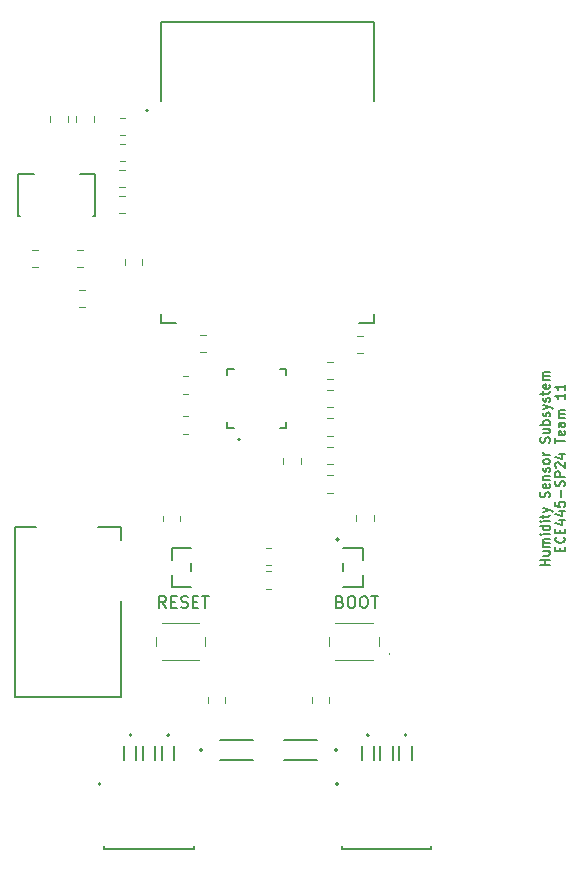
<source format=gbr>
%TF.GenerationSoftware,KiCad,Pcbnew,7.0.9*%
%TF.CreationDate,2024-03-05T03:29:11-06:00*%
%TF.ProjectId,Sensor PCB,53656e73-6f72-4205-9043-422e6b696361,rev?*%
%TF.SameCoordinates,Original*%
%TF.FileFunction,Legend,Top*%
%TF.FilePolarity,Positive*%
%FSLAX46Y46*%
G04 Gerber Fmt 4.6, Leading zero omitted, Abs format (unit mm)*
G04 Created by KiCad (PCBNEW 7.0.9) date 2024-03-05 03:29:11*
%MOMM*%
%LPD*%
G01*
G04 APERTURE LIST*
%ADD10C,0.200000*%
%ADD11C,0.150000*%
%ADD12C,0.120000*%
%ADD13C,0.152400*%
%ADD14C,0.100000*%
%ADD15C,0.127000*%
G04 APERTURE END LIST*
D10*
X150803695Y-100877945D02*
X150003695Y-100877945D01*
X150384647Y-100877945D02*
X150384647Y-100420802D01*
X150803695Y-100420802D02*
X150003695Y-100420802D01*
X150270361Y-99696993D02*
X150803695Y-99696993D01*
X150270361Y-100039850D02*
X150689409Y-100039850D01*
X150689409Y-100039850D02*
X150765600Y-100001755D01*
X150765600Y-100001755D02*
X150803695Y-99925565D01*
X150803695Y-99925565D02*
X150803695Y-99811279D01*
X150803695Y-99811279D02*
X150765600Y-99735088D01*
X150765600Y-99735088D02*
X150727504Y-99696993D01*
X150803695Y-99316040D02*
X150270361Y-99316040D01*
X150346552Y-99316040D02*
X150308457Y-99277945D01*
X150308457Y-99277945D02*
X150270361Y-99201755D01*
X150270361Y-99201755D02*
X150270361Y-99087469D01*
X150270361Y-99087469D02*
X150308457Y-99011278D01*
X150308457Y-99011278D02*
X150384647Y-98973183D01*
X150384647Y-98973183D02*
X150803695Y-98973183D01*
X150384647Y-98973183D02*
X150308457Y-98935088D01*
X150308457Y-98935088D02*
X150270361Y-98858897D01*
X150270361Y-98858897D02*
X150270361Y-98744612D01*
X150270361Y-98744612D02*
X150308457Y-98668421D01*
X150308457Y-98668421D02*
X150384647Y-98630326D01*
X150384647Y-98630326D02*
X150803695Y-98630326D01*
X150803695Y-98249373D02*
X150270361Y-98249373D01*
X150003695Y-98249373D02*
X150041790Y-98287469D01*
X150041790Y-98287469D02*
X150079885Y-98249373D01*
X150079885Y-98249373D02*
X150041790Y-98211278D01*
X150041790Y-98211278D02*
X150003695Y-98249373D01*
X150003695Y-98249373D02*
X150079885Y-98249373D01*
X150803695Y-97525564D02*
X150003695Y-97525564D01*
X150765600Y-97525564D02*
X150803695Y-97601755D01*
X150803695Y-97601755D02*
X150803695Y-97754136D01*
X150803695Y-97754136D02*
X150765600Y-97830326D01*
X150765600Y-97830326D02*
X150727504Y-97868421D01*
X150727504Y-97868421D02*
X150651314Y-97906517D01*
X150651314Y-97906517D02*
X150422742Y-97906517D01*
X150422742Y-97906517D02*
X150346552Y-97868421D01*
X150346552Y-97868421D02*
X150308457Y-97830326D01*
X150308457Y-97830326D02*
X150270361Y-97754136D01*
X150270361Y-97754136D02*
X150270361Y-97601755D01*
X150270361Y-97601755D02*
X150308457Y-97525564D01*
X150803695Y-97144611D02*
X150270361Y-97144611D01*
X150003695Y-97144611D02*
X150041790Y-97182707D01*
X150041790Y-97182707D02*
X150079885Y-97144611D01*
X150079885Y-97144611D02*
X150041790Y-97106516D01*
X150041790Y-97106516D02*
X150003695Y-97144611D01*
X150003695Y-97144611D02*
X150079885Y-97144611D01*
X150270361Y-96877945D02*
X150270361Y-96573183D01*
X150003695Y-96763659D02*
X150689409Y-96763659D01*
X150689409Y-96763659D02*
X150765600Y-96725564D01*
X150765600Y-96725564D02*
X150803695Y-96649374D01*
X150803695Y-96649374D02*
X150803695Y-96573183D01*
X150270361Y-96382707D02*
X150803695Y-96192231D01*
X150270361Y-96001754D02*
X150803695Y-96192231D01*
X150803695Y-96192231D02*
X150994171Y-96268421D01*
X150994171Y-96268421D02*
X151032266Y-96306516D01*
X151032266Y-96306516D02*
X151070361Y-96382707D01*
X150765600Y-95125564D02*
X150803695Y-95011278D01*
X150803695Y-95011278D02*
X150803695Y-94820802D01*
X150803695Y-94820802D02*
X150765600Y-94744611D01*
X150765600Y-94744611D02*
X150727504Y-94706516D01*
X150727504Y-94706516D02*
X150651314Y-94668421D01*
X150651314Y-94668421D02*
X150575123Y-94668421D01*
X150575123Y-94668421D02*
X150498933Y-94706516D01*
X150498933Y-94706516D02*
X150460838Y-94744611D01*
X150460838Y-94744611D02*
X150422742Y-94820802D01*
X150422742Y-94820802D02*
X150384647Y-94973183D01*
X150384647Y-94973183D02*
X150346552Y-95049373D01*
X150346552Y-95049373D02*
X150308457Y-95087468D01*
X150308457Y-95087468D02*
X150232266Y-95125564D01*
X150232266Y-95125564D02*
X150156076Y-95125564D01*
X150156076Y-95125564D02*
X150079885Y-95087468D01*
X150079885Y-95087468D02*
X150041790Y-95049373D01*
X150041790Y-95049373D02*
X150003695Y-94973183D01*
X150003695Y-94973183D02*
X150003695Y-94782706D01*
X150003695Y-94782706D02*
X150041790Y-94668421D01*
X150765600Y-94020801D02*
X150803695Y-94096992D01*
X150803695Y-94096992D02*
X150803695Y-94249373D01*
X150803695Y-94249373D02*
X150765600Y-94325563D01*
X150765600Y-94325563D02*
X150689409Y-94363659D01*
X150689409Y-94363659D02*
X150384647Y-94363659D01*
X150384647Y-94363659D02*
X150308457Y-94325563D01*
X150308457Y-94325563D02*
X150270361Y-94249373D01*
X150270361Y-94249373D02*
X150270361Y-94096992D01*
X150270361Y-94096992D02*
X150308457Y-94020801D01*
X150308457Y-94020801D02*
X150384647Y-93982706D01*
X150384647Y-93982706D02*
X150460838Y-93982706D01*
X150460838Y-93982706D02*
X150537028Y-94363659D01*
X150270361Y-93639849D02*
X150803695Y-93639849D01*
X150346552Y-93639849D02*
X150308457Y-93601754D01*
X150308457Y-93601754D02*
X150270361Y-93525564D01*
X150270361Y-93525564D02*
X150270361Y-93411278D01*
X150270361Y-93411278D02*
X150308457Y-93335087D01*
X150308457Y-93335087D02*
X150384647Y-93296992D01*
X150384647Y-93296992D02*
X150803695Y-93296992D01*
X150765600Y-92954135D02*
X150803695Y-92877944D01*
X150803695Y-92877944D02*
X150803695Y-92725563D01*
X150803695Y-92725563D02*
X150765600Y-92649373D01*
X150765600Y-92649373D02*
X150689409Y-92611277D01*
X150689409Y-92611277D02*
X150651314Y-92611277D01*
X150651314Y-92611277D02*
X150575123Y-92649373D01*
X150575123Y-92649373D02*
X150537028Y-92725563D01*
X150537028Y-92725563D02*
X150537028Y-92839849D01*
X150537028Y-92839849D02*
X150498933Y-92916039D01*
X150498933Y-92916039D02*
X150422742Y-92954135D01*
X150422742Y-92954135D02*
X150384647Y-92954135D01*
X150384647Y-92954135D02*
X150308457Y-92916039D01*
X150308457Y-92916039D02*
X150270361Y-92839849D01*
X150270361Y-92839849D02*
X150270361Y-92725563D01*
X150270361Y-92725563D02*
X150308457Y-92649373D01*
X150803695Y-92154135D02*
X150765600Y-92230325D01*
X150765600Y-92230325D02*
X150727504Y-92268420D01*
X150727504Y-92268420D02*
X150651314Y-92306516D01*
X150651314Y-92306516D02*
X150422742Y-92306516D01*
X150422742Y-92306516D02*
X150346552Y-92268420D01*
X150346552Y-92268420D02*
X150308457Y-92230325D01*
X150308457Y-92230325D02*
X150270361Y-92154135D01*
X150270361Y-92154135D02*
X150270361Y-92039849D01*
X150270361Y-92039849D02*
X150308457Y-91963658D01*
X150308457Y-91963658D02*
X150346552Y-91925563D01*
X150346552Y-91925563D02*
X150422742Y-91887468D01*
X150422742Y-91887468D02*
X150651314Y-91887468D01*
X150651314Y-91887468D02*
X150727504Y-91925563D01*
X150727504Y-91925563D02*
X150765600Y-91963658D01*
X150765600Y-91963658D02*
X150803695Y-92039849D01*
X150803695Y-92039849D02*
X150803695Y-92154135D01*
X150803695Y-91544610D02*
X150270361Y-91544610D01*
X150422742Y-91544610D02*
X150346552Y-91506515D01*
X150346552Y-91506515D02*
X150308457Y-91468420D01*
X150308457Y-91468420D02*
X150270361Y-91392229D01*
X150270361Y-91392229D02*
X150270361Y-91316039D01*
X150765600Y-90477944D02*
X150803695Y-90363658D01*
X150803695Y-90363658D02*
X150803695Y-90173182D01*
X150803695Y-90173182D02*
X150765600Y-90096991D01*
X150765600Y-90096991D02*
X150727504Y-90058896D01*
X150727504Y-90058896D02*
X150651314Y-90020801D01*
X150651314Y-90020801D02*
X150575123Y-90020801D01*
X150575123Y-90020801D02*
X150498933Y-90058896D01*
X150498933Y-90058896D02*
X150460838Y-90096991D01*
X150460838Y-90096991D02*
X150422742Y-90173182D01*
X150422742Y-90173182D02*
X150384647Y-90325563D01*
X150384647Y-90325563D02*
X150346552Y-90401753D01*
X150346552Y-90401753D02*
X150308457Y-90439848D01*
X150308457Y-90439848D02*
X150232266Y-90477944D01*
X150232266Y-90477944D02*
X150156076Y-90477944D01*
X150156076Y-90477944D02*
X150079885Y-90439848D01*
X150079885Y-90439848D02*
X150041790Y-90401753D01*
X150041790Y-90401753D02*
X150003695Y-90325563D01*
X150003695Y-90325563D02*
X150003695Y-90135086D01*
X150003695Y-90135086D02*
X150041790Y-90020801D01*
X150270361Y-89335086D02*
X150803695Y-89335086D01*
X150270361Y-89677943D02*
X150689409Y-89677943D01*
X150689409Y-89677943D02*
X150765600Y-89639848D01*
X150765600Y-89639848D02*
X150803695Y-89563658D01*
X150803695Y-89563658D02*
X150803695Y-89449372D01*
X150803695Y-89449372D02*
X150765600Y-89373181D01*
X150765600Y-89373181D02*
X150727504Y-89335086D01*
X150803695Y-88954133D02*
X150003695Y-88954133D01*
X150308457Y-88954133D02*
X150270361Y-88877943D01*
X150270361Y-88877943D02*
X150270361Y-88725562D01*
X150270361Y-88725562D02*
X150308457Y-88649371D01*
X150308457Y-88649371D02*
X150346552Y-88611276D01*
X150346552Y-88611276D02*
X150422742Y-88573181D01*
X150422742Y-88573181D02*
X150651314Y-88573181D01*
X150651314Y-88573181D02*
X150727504Y-88611276D01*
X150727504Y-88611276D02*
X150765600Y-88649371D01*
X150765600Y-88649371D02*
X150803695Y-88725562D01*
X150803695Y-88725562D02*
X150803695Y-88877943D01*
X150803695Y-88877943D02*
X150765600Y-88954133D01*
X150765600Y-88268419D02*
X150803695Y-88192228D01*
X150803695Y-88192228D02*
X150803695Y-88039847D01*
X150803695Y-88039847D02*
X150765600Y-87963657D01*
X150765600Y-87963657D02*
X150689409Y-87925561D01*
X150689409Y-87925561D02*
X150651314Y-87925561D01*
X150651314Y-87925561D02*
X150575123Y-87963657D01*
X150575123Y-87963657D02*
X150537028Y-88039847D01*
X150537028Y-88039847D02*
X150537028Y-88154133D01*
X150537028Y-88154133D02*
X150498933Y-88230323D01*
X150498933Y-88230323D02*
X150422742Y-88268419D01*
X150422742Y-88268419D02*
X150384647Y-88268419D01*
X150384647Y-88268419D02*
X150308457Y-88230323D01*
X150308457Y-88230323D02*
X150270361Y-88154133D01*
X150270361Y-88154133D02*
X150270361Y-88039847D01*
X150270361Y-88039847D02*
X150308457Y-87963657D01*
X150270361Y-87658895D02*
X150803695Y-87468419D01*
X150270361Y-87277942D02*
X150803695Y-87468419D01*
X150803695Y-87468419D02*
X150994171Y-87544609D01*
X150994171Y-87544609D02*
X151032266Y-87582704D01*
X151032266Y-87582704D02*
X151070361Y-87658895D01*
X150765600Y-87011276D02*
X150803695Y-86935085D01*
X150803695Y-86935085D02*
X150803695Y-86782704D01*
X150803695Y-86782704D02*
X150765600Y-86706514D01*
X150765600Y-86706514D02*
X150689409Y-86668418D01*
X150689409Y-86668418D02*
X150651314Y-86668418D01*
X150651314Y-86668418D02*
X150575123Y-86706514D01*
X150575123Y-86706514D02*
X150537028Y-86782704D01*
X150537028Y-86782704D02*
X150537028Y-86896990D01*
X150537028Y-86896990D02*
X150498933Y-86973180D01*
X150498933Y-86973180D02*
X150422742Y-87011276D01*
X150422742Y-87011276D02*
X150384647Y-87011276D01*
X150384647Y-87011276D02*
X150308457Y-86973180D01*
X150308457Y-86973180D02*
X150270361Y-86896990D01*
X150270361Y-86896990D02*
X150270361Y-86782704D01*
X150270361Y-86782704D02*
X150308457Y-86706514D01*
X150270361Y-86439847D02*
X150270361Y-86135085D01*
X150003695Y-86325561D02*
X150689409Y-86325561D01*
X150689409Y-86325561D02*
X150765600Y-86287466D01*
X150765600Y-86287466D02*
X150803695Y-86211276D01*
X150803695Y-86211276D02*
X150803695Y-86135085D01*
X150765600Y-85563656D02*
X150803695Y-85639847D01*
X150803695Y-85639847D02*
X150803695Y-85792228D01*
X150803695Y-85792228D02*
X150765600Y-85868418D01*
X150765600Y-85868418D02*
X150689409Y-85906514D01*
X150689409Y-85906514D02*
X150384647Y-85906514D01*
X150384647Y-85906514D02*
X150308457Y-85868418D01*
X150308457Y-85868418D02*
X150270361Y-85792228D01*
X150270361Y-85792228D02*
X150270361Y-85639847D01*
X150270361Y-85639847D02*
X150308457Y-85563656D01*
X150308457Y-85563656D02*
X150384647Y-85525561D01*
X150384647Y-85525561D02*
X150460838Y-85525561D01*
X150460838Y-85525561D02*
X150537028Y-85906514D01*
X150803695Y-85182704D02*
X150270361Y-85182704D01*
X150346552Y-85182704D02*
X150308457Y-85144609D01*
X150308457Y-85144609D02*
X150270361Y-85068419D01*
X150270361Y-85068419D02*
X150270361Y-84954133D01*
X150270361Y-84954133D02*
X150308457Y-84877942D01*
X150308457Y-84877942D02*
X150384647Y-84839847D01*
X150384647Y-84839847D02*
X150803695Y-84839847D01*
X150384647Y-84839847D02*
X150308457Y-84801752D01*
X150308457Y-84801752D02*
X150270361Y-84725561D01*
X150270361Y-84725561D02*
X150270361Y-84611276D01*
X150270361Y-84611276D02*
X150308457Y-84535085D01*
X150308457Y-84535085D02*
X150384647Y-84496990D01*
X150384647Y-84496990D02*
X150803695Y-84496990D01*
X151672647Y-99658897D02*
X151672647Y-99392231D01*
X152091695Y-99277945D02*
X152091695Y-99658897D01*
X152091695Y-99658897D02*
X151291695Y-99658897D01*
X151291695Y-99658897D02*
X151291695Y-99277945D01*
X152015504Y-98477944D02*
X152053600Y-98516040D01*
X152053600Y-98516040D02*
X152091695Y-98630325D01*
X152091695Y-98630325D02*
X152091695Y-98706516D01*
X152091695Y-98706516D02*
X152053600Y-98820802D01*
X152053600Y-98820802D02*
X151977409Y-98896992D01*
X151977409Y-98896992D02*
X151901219Y-98935087D01*
X151901219Y-98935087D02*
X151748838Y-98973183D01*
X151748838Y-98973183D02*
X151634552Y-98973183D01*
X151634552Y-98973183D02*
X151482171Y-98935087D01*
X151482171Y-98935087D02*
X151405980Y-98896992D01*
X151405980Y-98896992D02*
X151329790Y-98820802D01*
X151329790Y-98820802D02*
X151291695Y-98706516D01*
X151291695Y-98706516D02*
X151291695Y-98630325D01*
X151291695Y-98630325D02*
X151329790Y-98516040D01*
X151329790Y-98516040D02*
X151367885Y-98477944D01*
X151672647Y-98135087D02*
X151672647Y-97868421D01*
X152091695Y-97754135D02*
X152091695Y-98135087D01*
X152091695Y-98135087D02*
X151291695Y-98135087D01*
X151291695Y-98135087D02*
X151291695Y-97754135D01*
X151558361Y-97068420D02*
X152091695Y-97068420D01*
X151253600Y-97258896D02*
X151825028Y-97449373D01*
X151825028Y-97449373D02*
X151825028Y-96954134D01*
X151558361Y-96306515D02*
X152091695Y-96306515D01*
X151253600Y-96496991D02*
X151825028Y-96687468D01*
X151825028Y-96687468D02*
X151825028Y-96192229D01*
X151291695Y-95506515D02*
X151291695Y-95887467D01*
X151291695Y-95887467D02*
X151672647Y-95925563D01*
X151672647Y-95925563D02*
X151634552Y-95887467D01*
X151634552Y-95887467D02*
X151596457Y-95811277D01*
X151596457Y-95811277D02*
X151596457Y-95620801D01*
X151596457Y-95620801D02*
X151634552Y-95544610D01*
X151634552Y-95544610D02*
X151672647Y-95506515D01*
X151672647Y-95506515D02*
X151748838Y-95468420D01*
X151748838Y-95468420D02*
X151939314Y-95468420D01*
X151939314Y-95468420D02*
X152015504Y-95506515D01*
X152015504Y-95506515D02*
X152053600Y-95544610D01*
X152053600Y-95544610D02*
X152091695Y-95620801D01*
X152091695Y-95620801D02*
X152091695Y-95811277D01*
X152091695Y-95811277D02*
X152053600Y-95887467D01*
X152053600Y-95887467D02*
X152015504Y-95925563D01*
X151786933Y-95125562D02*
X151786933Y-94516039D01*
X152053600Y-94173182D02*
X152091695Y-94058896D01*
X152091695Y-94058896D02*
X152091695Y-93868420D01*
X152091695Y-93868420D02*
X152053600Y-93792229D01*
X152053600Y-93792229D02*
X152015504Y-93754134D01*
X152015504Y-93754134D02*
X151939314Y-93716039D01*
X151939314Y-93716039D02*
X151863123Y-93716039D01*
X151863123Y-93716039D02*
X151786933Y-93754134D01*
X151786933Y-93754134D02*
X151748838Y-93792229D01*
X151748838Y-93792229D02*
X151710742Y-93868420D01*
X151710742Y-93868420D02*
X151672647Y-94020801D01*
X151672647Y-94020801D02*
X151634552Y-94096991D01*
X151634552Y-94096991D02*
X151596457Y-94135086D01*
X151596457Y-94135086D02*
X151520266Y-94173182D01*
X151520266Y-94173182D02*
X151444076Y-94173182D01*
X151444076Y-94173182D02*
X151367885Y-94135086D01*
X151367885Y-94135086D02*
X151329790Y-94096991D01*
X151329790Y-94096991D02*
X151291695Y-94020801D01*
X151291695Y-94020801D02*
X151291695Y-93830324D01*
X151291695Y-93830324D02*
X151329790Y-93716039D01*
X152091695Y-93373181D02*
X151291695Y-93373181D01*
X151291695Y-93373181D02*
X151291695Y-93068419D01*
X151291695Y-93068419D02*
X151329790Y-92992229D01*
X151329790Y-92992229D02*
X151367885Y-92954134D01*
X151367885Y-92954134D02*
X151444076Y-92916038D01*
X151444076Y-92916038D02*
X151558361Y-92916038D01*
X151558361Y-92916038D02*
X151634552Y-92954134D01*
X151634552Y-92954134D02*
X151672647Y-92992229D01*
X151672647Y-92992229D02*
X151710742Y-93068419D01*
X151710742Y-93068419D02*
X151710742Y-93373181D01*
X151367885Y-92611277D02*
X151329790Y-92573181D01*
X151329790Y-92573181D02*
X151291695Y-92496991D01*
X151291695Y-92496991D02*
X151291695Y-92306515D01*
X151291695Y-92306515D02*
X151329790Y-92230324D01*
X151329790Y-92230324D02*
X151367885Y-92192229D01*
X151367885Y-92192229D02*
X151444076Y-92154134D01*
X151444076Y-92154134D02*
X151520266Y-92154134D01*
X151520266Y-92154134D02*
X151634552Y-92192229D01*
X151634552Y-92192229D02*
X152091695Y-92649372D01*
X152091695Y-92649372D02*
X152091695Y-92154134D01*
X151558361Y-91468419D02*
X152091695Y-91468419D01*
X151253600Y-91658895D02*
X151825028Y-91849372D01*
X151825028Y-91849372D02*
X151825028Y-91354133D01*
X151291695Y-90554133D02*
X151291695Y-90096990D01*
X152091695Y-90325562D02*
X151291695Y-90325562D01*
X152053600Y-89525561D02*
X152091695Y-89601752D01*
X152091695Y-89601752D02*
X152091695Y-89754133D01*
X152091695Y-89754133D02*
X152053600Y-89830323D01*
X152053600Y-89830323D02*
X151977409Y-89868419D01*
X151977409Y-89868419D02*
X151672647Y-89868419D01*
X151672647Y-89868419D02*
X151596457Y-89830323D01*
X151596457Y-89830323D02*
X151558361Y-89754133D01*
X151558361Y-89754133D02*
X151558361Y-89601752D01*
X151558361Y-89601752D02*
X151596457Y-89525561D01*
X151596457Y-89525561D02*
X151672647Y-89487466D01*
X151672647Y-89487466D02*
X151748838Y-89487466D01*
X151748838Y-89487466D02*
X151825028Y-89868419D01*
X152091695Y-88801752D02*
X151672647Y-88801752D01*
X151672647Y-88801752D02*
X151596457Y-88839847D01*
X151596457Y-88839847D02*
X151558361Y-88916038D01*
X151558361Y-88916038D02*
X151558361Y-89068419D01*
X151558361Y-89068419D02*
X151596457Y-89144609D01*
X152053600Y-88801752D02*
X152091695Y-88877943D01*
X152091695Y-88877943D02*
X152091695Y-89068419D01*
X152091695Y-89068419D02*
X152053600Y-89144609D01*
X152053600Y-89144609D02*
X151977409Y-89182705D01*
X151977409Y-89182705D02*
X151901219Y-89182705D01*
X151901219Y-89182705D02*
X151825028Y-89144609D01*
X151825028Y-89144609D02*
X151786933Y-89068419D01*
X151786933Y-89068419D02*
X151786933Y-88877943D01*
X151786933Y-88877943D02*
X151748838Y-88801752D01*
X152091695Y-88420799D02*
X151558361Y-88420799D01*
X151634552Y-88420799D02*
X151596457Y-88382704D01*
X151596457Y-88382704D02*
X151558361Y-88306514D01*
X151558361Y-88306514D02*
X151558361Y-88192228D01*
X151558361Y-88192228D02*
X151596457Y-88116037D01*
X151596457Y-88116037D02*
X151672647Y-88077942D01*
X151672647Y-88077942D02*
X152091695Y-88077942D01*
X151672647Y-88077942D02*
X151596457Y-88039847D01*
X151596457Y-88039847D02*
X151558361Y-87963656D01*
X151558361Y-87963656D02*
X151558361Y-87849371D01*
X151558361Y-87849371D02*
X151596457Y-87773180D01*
X151596457Y-87773180D02*
X151672647Y-87735085D01*
X151672647Y-87735085D02*
X152091695Y-87735085D01*
X152091695Y-86325561D02*
X152091695Y-86782704D01*
X152091695Y-86554132D02*
X151291695Y-86554132D01*
X151291695Y-86554132D02*
X151405980Y-86630323D01*
X151405980Y-86630323D02*
X151482171Y-86706513D01*
X151482171Y-86706513D02*
X151520266Y-86782704D01*
X152091695Y-85563656D02*
X152091695Y-86020799D01*
X152091695Y-85792227D02*
X151291695Y-85792227D01*
X151291695Y-85792227D02*
X151405980Y-85868418D01*
X151405980Y-85868418D02*
X151482171Y-85944608D01*
X151482171Y-85944608D02*
X151520266Y-86020799D01*
D11*
X133070112Y-103946009D02*
X133212969Y-103993628D01*
X133212969Y-103993628D02*
X133260588Y-104041247D01*
X133260588Y-104041247D02*
X133308207Y-104136485D01*
X133308207Y-104136485D02*
X133308207Y-104279342D01*
X133308207Y-104279342D02*
X133260588Y-104374580D01*
X133260588Y-104374580D02*
X133212969Y-104422200D01*
X133212969Y-104422200D02*
X133117731Y-104469819D01*
X133117731Y-104469819D02*
X132736779Y-104469819D01*
X132736779Y-104469819D02*
X132736779Y-103469819D01*
X132736779Y-103469819D02*
X133070112Y-103469819D01*
X133070112Y-103469819D02*
X133165350Y-103517438D01*
X133165350Y-103517438D02*
X133212969Y-103565057D01*
X133212969Y-103565057D02*
X133260588Y-103660295D01*
X133260588Y-103660295D02*
X133260588Y-103755533D01*
X133260588Y-103755533D02*
X133212969Y-103850771D01*
X133212969Y-103850771D02*
X133165350Y-103898390D01*
X133165350Y-103898390D02*
X133070112Y-103946009D01*
X133070112Y-103946009D02*
X132736779Y-103946009D01*
X133927255Y-103469819D02*
X134117731Y-103469819D01*
X134117731Y-103469819D02*
X134212969Y-103517438D01*
X134212969Y-103517438D02*
X134308207Y-103612676D01*
X134308207Y-103612676D02*
X134355826Y-103803152D01*
X134355826Y-103803152D02*
X134355826Y-104136485D01*
X134355826Y-104136485D02*
X134308207Y-104326961D01*
X134308207Y-104326961D02*
X134212969Y-104422200D01*
X134212969Y-104422200D02*
X134117731Y-104469819D01*
X134117731Y-104469819D02*
X133927255Y-104469819D01*
X133927255Y-104469819D02*
X133832017Y-104422200D01*
X133832017Y-104422200D02*
X133736779Y-104326961D01*
X133736779Y-104326961D02*
X133689160Y-104136485D01*
X133689160Y-104136485D02*
X133689160Y-103803152D01*
X133689160Y-103803152D02*
X133736779Y-103612676D01*
X133736779Y-103612676D02*
X133832017Y-103517438D01*
X133832017Y-103517438D02*
X133927255Y-103469819D01*
X134974874Y-103469819D02*
X135165350Y-103469819D01*
X135165350Y-103469819D02*
X135260588Y-103517438D01*
X135260588Y-103517438D02*
X135355826Y-103612676D01*
X135355826Y-103612676D02*
X135403445Y-103803152D01*
X135403445Y-103803152D02*
X135403445Y-104136485D01*
X135403445Y-104136485D02*
X135355826Y-104326961D01*
X135355826Y-104326961D02*
X135260588Y-104422200D01*
X135260588Y-104422200D02*
X135165350Y-104469819D01*
X135165350Y-104469819D02*
X134974874Y-104469819D01*
X134974874Y-104469819D02*
X134879636Y-104422200D01*
X134879636Y-104422200D02*
X134784398Y-104326961D01*
X134784398Y-104326961D02*
X134736779Y-104136485D01*
X134736779Y-104136485D02*
X134736779Y-103803152D01*
X134736779Y-103803152D02*
X134784398Y-103612676D01*
X134784398Y-103612676D02*
X134879636Y-103517438D01*
X134879636Y-103517438D02*
X134974874Y-103469819D01*
X135689160Y-103469819D02*
X136260588Y-103469819D01*
X135974874Y-104469819D02*
X135974874Y-103469819D01*
X118308207Y-104469819D02*
X117974874Y-103993628D01*
X117736779Y-104469819D02*
X117736779Y-103469819D01*
X117736779Y-103469819D02*
X118117731Y-103469819D01*
X118117731Y-103469819D02*
X118212969Y-103517438D01*
X118212969Y-103517438D02*
X118260588Y-103565057D01*
X118260588Y-103565057D02*
X118308207Y-103660295D01*
X118308207Y-103660295D02*
X118308207Y-103803152D01*
X118308207Y-103803152D02*
X118260588Y-103898390D01*
X118260588Y-103898390D02*
X118212969Y-103946009D01*
X118212969Y-103946009D02*
X118117731Y-103993628D01*
X118117731Y-103993628D02*
X117736779Y-103993628D01*
X118736779Y-103946009D02*
X119070112Y-103946009D01*
X119212969Y-104469819D02*
X118736779Y-104469819D01*
X118736779Y-104469819D02*
X118736779Y-103469819D01*
X118736779Y-103469819D02*
X119212969Y-103469819D01*
X119593922Y-104422200D02*
X119736779Y-104469819D01*
X119736779Y-104469819D02*
X119974874Y-104469819D01*
X119974874Y-104469819D02*
X120070112Y-104422200D01*
X120070112Y-104422200D02*
X120117731Y-104374580D01*
X120117731Y-104374580D02*
X120165350Y-104279342D01*
X120165350Y-104279342D02*
X120165350Y-104184104D01*
X120165350Y-104184104D02*
X120117731Y-104088866D01*
X120117731Y-104088866D02*
X120070112Y-104041247D01*
X120070112Y-104041247D02*
X119974874Y-103993628D01*
X119974874Y-103993628D02*
X119784398Y-103946009D01*
X119784398Y-103946009D02*
X119689160Y-103898390D01*
X119689160Y-103898390D02*
X119641541Y-103850771D01*
X119641541Y-103850771D02*
X119593922Y-103755533D01*
X119593922Y-103755533D02*
X119593922Y-103660295D01*
X119593922Y-103660295D02*
X119641541Y-103565057D01*
X119641541Y-103565057D02*
X119689160Y-103517438D01*
X119689160Y-103517438D02*
X119784398Y-103469819D01*
X119784398Y-103469819D02*
X120022493Y-103469819D01*
X120022493Y-103469819D02*
X120165350Y-103517438D01*
X120593922Y-103946009D02*
X120927255Y-103946009D01*
X121070112Y-104469819D02*
X120593922Y-104469819D01*
X120593922Y-104469819D02*
X120593922Y-103469819D01*
X120593922Y-103469819D02*
X121070112Y-103469819D01*
X121355827Y-103469819D02*
X121927255Y-103469819D01*
X121641541Y-104469819D02*
X121641541Y-103469819D01*
D12*
%TO.C,R7*%
X120177064Y-89735000D02*
X119722936Y-89735000D01*
X120177064Y-88265000D02*
X119722936Y-88265000D01*
D13*
%TO.C,U5*%
X118809300Y-102698500D02*
X120460300Y-102698500D01*
X118809300Y-101659640D02*
X118809300Y-102698500D01*
X120460300Y-101387860D02*
X120460300Y-100707140D01*
X118809300Y-99396500D02*
X118809300Y-100435360D01*
X120460300Y-99396500D02*
X118809300Y-99396500D01*
D12*
%TO.C,C8*%
X129735000Y-91776248D02*
X129735000Y-92298752D01*
X128265000Y-91776248D02*
X128265000Y-92298752D01*
%TO.C,R6*%
X132427064Y-89885000D02*
X131972936Y-89885000D01*
X132427064Y-88415000D02*
X131972936Y-88415000D01*
D13*
%TO.C,U6*%
X134990700Y-99396500D02*
X133339700Y-99396500D01*
X134990700Y-100435360D02*
X134990700Y-99396500D01*
X133339700Y-100707140D02*
X133339700Y-101387860D01*
X134990700Y-102698500D02*
X134990700Y-101659640D01*
X133339700Y-102698500D02*
X134990700Y-102698500D01*
X132971400Y-98647500D02*
G75*
G03*
X132971400Y-98647500I-127000J0D01*
G01*
D12*
%TO.C,R13*%
X114892064Y-64445000D02*
X114437936Y-64445000D01*
X114892064Y-62975000D02*
X114437936Y-62975000D01*
D14*
%TO.C,S1*%
X136350000Y-107725000D02*
X136350000Y-106925000D01*
X135850000Y-108925000D02*
X132650000Y-108925000D01*
X132650000Y-105725000D02*
X135850000Y-105725000D01*
X132150000Y-107725000D02*
X132150000Y-106925000D01*
X137250000Y-108325000D02*
G75*
G03*
X137250000Y-108425000I0J-50000D01*
G01*
X137250000Y-108425000D02*
G75*
G03*
X137250000Y-108325000I0J50000D01*
G01*
D12*
%TO.C,C1*%
X110778748Y-74175000D02*
X111301252Y-74175000D01*
X110778748Y-75645000D02*
X111301252Y-75645000D01*
%TO.C,R1*%
X114815000Y-75427064D02*
X114815000Y-74972936D01*
X116285000Y-75427064D02*
X116285000Y-74972936D01*
D15*
%TO.C,U2*%
X105815000Y-71275000D02*
X105980000Y-71275000D01*
X112315000Y-71275000D02*
X112150000Y-71275000D01*
X112315000Y-71275000D02*
X112315000Y-67775000D01*
X105815000Y-67775000D02*
X105815000Y-71275000D01*
X107130000Y-67775000D02*
X105815000Y-67775000D01*
X112315000Y-67775000D02*
X111000000Y-67775000D01*
D12*
%TO.C,C10*%
X114888752Y-68845000D02*
X114366248Y-68845000D01*
X114888752Y-67375000D02*
X114366248Y-67375000D01*
%TO.C,C2*%
X107463752Y-75645000D02*
X106941248Y-75645000D01*
X107463752Y-74175000D02*
X106941248Y-74175000D01*
D15*
%TO.C,D1*%
X139120000Y-116160000D02*
X139120000Y-117360000D01*
X138080000Y-117360000D02*
X138080000Y-116160000D01*
D10*
X138700000Y-115260000D02*
G75*
G03*
X138700000Y-115260000I-100000J0D01*
G01*
D12*
%TO.C,R3*%
X132427064Y-87485000D02*
X131972936Y-87485000D01*
X132427064Y-86015000D02*
X131972936Y-86015000D01*
D14*
%TO.C,S2*%
X121650000Y-107725000D02*
X121650000Y-106925000D01*
X121150000Y-108925000D02*
X117950000Y-108925000D01*
X117950000Y-105725000D02*
X121150000Y-105725000D01*
X117450000Y-107725000D02*
X117450000Y-106925000D01*
D15*
%TO.C,U1*%
X117915000Y-54850000D02*
X135915000Y-54850000D01*
X117915000Y-61570000D02*
X117915000Y-54850000D01*
X117915000Y-79620000D02*
X117915000Y-80350000D01*
X117915000Y-80350000D02*
X119160000Y-80350000D01*
X135915000Y-54850000D02*
X135915000Y-61570000D01*
X135915000Y-79620000D02*
X135915000Y-80350000D01*
X135915000Y-80350000D02*
X134670000Y-80350000D01*
D10*
X116815000Y-62340000D02*
G75*
G03*
X116815000Y-62340000I-100000J0D01*
G01*
D12*
%TO.C,R10*%
X126772936Y-99365000D02*
X127227064Y-99365000D01*
X126772936Y-100835000D02*
X127227064Y-100835000D01*
%TO.C,C4*%
X108530000Y-63371252D02*
X108530000Y-62848748D01*
X110000000Y-63371252D02*
X110000000Y-62848748D01*
D15*
%TO.C,J1*%
X114500000Y-97600000D02*
X114500000Y-98750000D01*
X112550000Y-97600000D02*
X114500000Y-97600000D01*
X105500000Y-97600000D02*
X107350000Y-97600000D01*
X114500000Y-103850000D02*
X114500000Y-112000000D01*
X114500000Y-112000000D02*
X105500000Y-112000000D01*
X105500000Y-112000000D02*
X105500000Y-97600000D01*
D12*
%TO.C,R11*%
X118065000Y-97122064D02*
X118065000Y-96667936D01*
X119535000Y-97122064D02*
X119535000Y-96667936D01*
%TO.C,R2*%
X121692064Y-82845000D02*
X121237936Y-82845000D01*
X121692064Y-81375000D02*
X121237936Y-81375000D01*
D15*
%TO.C,D3*%
X119020000Y-116160000D02*
X119020000Y-117360000D01*
X117980000Y-117360000D02*
X117980000Y-116160000D01*
D10*
X118600000Y-115260000D02*
G75*
G03*
X118600000Y-115260000I-100000J0D01*
G01*
D15*
%TO.C,J2*%
X133200000Y-124850000D02*
X133200000Y-124620000D01*
X133200000Y-124850000D02*
X140800000Y-124850000D01*
X140800000Y-124850000D02*
X140800000Y-124620000D01*
D10*
X132900000Y-119400000D02*
G75*
G03*
X132900000Y-119400000I-100000J0D01*
G01*
D15*
%TO.C,D4*%
X117420000Y-116140000D02*
X117420000Y-117340000D01*
X116380000Y-117340000D02*
X116380000Y-116140000D01*
D12*
%TO.C,C12*%
X114888752Y-71045000D02*
X114366248Y-71045000D01*
X114888752Y-69575000D02*
X114366248Y-69575000D01*
%TO.C,C3*%
X111461252Y-79035000D02*
X110938748Y-79035000D01*
X111461252Y-77565000D02*
X110938748Y-77565000D01*
%TO.C,R9*%
X127227064Y-102835000D02*
X126772936Y-102835000D01*
X127227064Y-101365000D02*
X126772936Y-101365000D01*
%TO.C,C5*%
X110730000Y-63371252D02*
X110730000Y-62848748D01*
X112200000Y-63371252D02*
X112200000Y-62848748D01*
%TO.C,R5*%
X132427064Y-94735000D02*
X131972936Y-94735000D01*
X132427064Y-93265000D02*
X131972936Y-93265000D01*
D15*
%TO.C,U4*%
X123500000Y-89250000D02*
X123500000Y-88705000D01*
X124045000Y-89250000D02*
X123500000Y-89250000D01*
X128500000Y-89250000D02*
X127955000Y-89250000D01*
X128500000Y-88705000D02*
X128500000Y-89250000D01*
X123500000Y-84795000D02*
X123500000Y-84250000D01*
X123500000Y-84250000D02*
X124045000Y-84250000D01*
X128500000Y-84250000D02*
X128500000Y-84795000D01*
X128500000Y-84250000D02*
X127955000Y-84250000D01*
D10*
X124600000Y-90205000D02*
G75*
G03*
X124600000Y-90205000I-100000J0D01*
G01*
D15*
%TO.C,J3*%
X113100000Y-124850000D02*
X113100000Y-124620000D01*
X113100000Y-124850000D02*
X120700000Y-124850000D01*
X120700000Y-124850000D02*
X120700000Y-124620000D01*
D10*
X112800000Y-119400000D02*
G75*
G03*
X112800000Y-119400000I-100000J0D01*
G01*
D15*
%TO.C,D7*%
X135920000Y-116160000D02*
X135920000Y-117360000D01*
X134880000Y-117360000D02*
X134880000Y-116160000D01*
D10*
X135500000Y-115260000D02*
G75*
G03*
X135500000Y-115260000I-100000J0D01*
G01*
D15*
%TO.C,D2*%
X137520000Y-116160000D02*
X137520000Y-117360000D01*
X136480000Y-117360000D02*
X136480000Y-116160000D01*
D12*
%TO.C,R12*%
X134430200Y-97103064D02*
X134430200Y-96648936D01*
X135900200Y-97103064D02*
X135900200Y-96648936D01*
D15*
%TO.C,D6*%
X131145000Y-117350000D02*
X128295000Y-117350000D01*
X128295000Y-115650000D02*
X131145000Y-115650000D01*
D10*
X132820000Y-116500000D02*
G75*
G03*
X132820000Y-116500000I-100000J0D01*
G01*
D12*
%TO.C,C9*%
X131938748Y-90815000D02*
X132461252Y-90815000D01*
X131938748Y-92285000D02*
X132461252Y-92285000D01*
%TO.C,R8*%
X120177064Y-86335000D02*
X119722936Y-86335000D01*
X120177064Y-84865000D02*
X119722936Y-84865000D01*
D15*
%TO.C,D8*%
X115820000Y-116140000D02*
X115820000Y-117340000D01*
X114780000Y-117340000D02*
X114780000Y-116140000D01*
D10*
X115400000Y-115240000D02*
G75*
G03*
X115400000Y-115240000I-100000J0D01*
G01*
D12*
%TO.C,C7*%
X121865000Y-112523752D02*
X121865000Y-112001248D01*
X123335000Y-112523752D02*
X123335000Y-112001248D01*
D15*
%TO.C,D5*%
X122855000Y-115650000D02*
X125705000Y-115650000D01*
X125705000Y-117350000D02*
X122855000Y-117350000D01*
D10*
X121380000Y-116500000D02*
G75*
G03*
X121380000Y-116500000I-100000J0D01*
G01*
D12*
%TO.C,C11*%
X135038752Y-82895000D02*
X134516248Y-82895000D01*
X135038752Y-81425000D02*
X134516248Y-81425000D01*
%TO.C,R4*%
X132427064Y-85085000D02*
X131972936Y-85085000D01*
X132427064Y-83615000D02*
X131972936Y-83615000D01*
%TO.C,R14*%
X114437936Y-65175000D02*
X114892064Y-65175000D01*
X114437936Y-66645000D02*
X114892064Y-66645000D01*
%TO.C,C6*%
X130665000Y-112561252D02*
X130665000Y-112038748D01*
X132135000Y-112561252D02*
X132135000Y-112038748D01*
%TD*%
M02*

</source>
